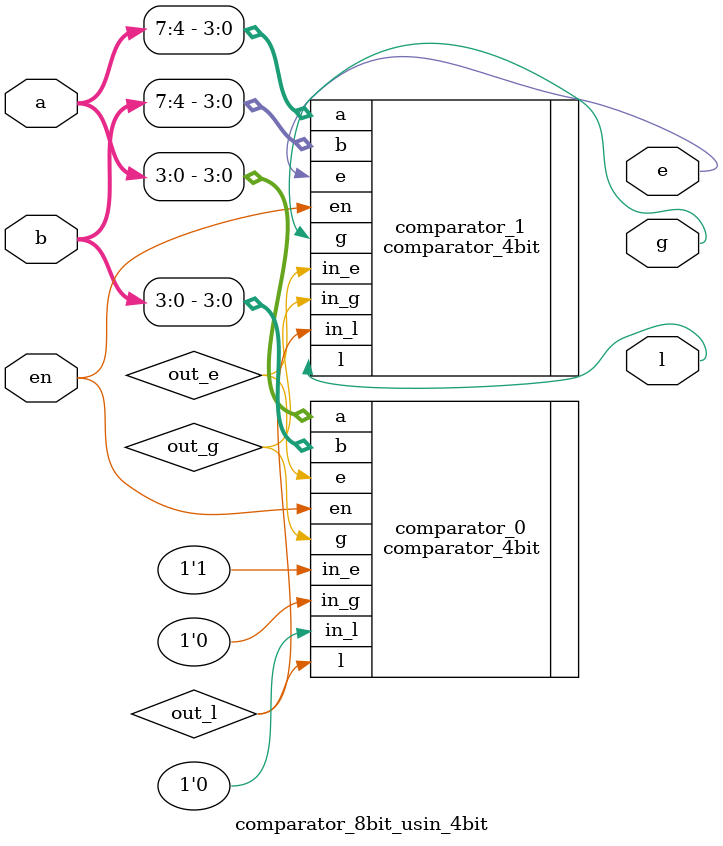
<source format=v>
`timescale 1ns / 1ps


module comparator_8bit_usin_4bit(
        input [7:0] a , b ,
        input en ,
        output e , l , g  
    );
    wire out_e , out_g , out_l ;
    comparator_4bit comparator_0 (.en(en) ,.a(a[3:0]) , .b(b[3:0]) ,.in_g(1'b0) , .in_l(1'b0)
                                  ,.in_e(1'b1) , .e(out_e) , .l(out_l) ,.g(out_g) ) ;
                    
    comparator_4bit comparator_1 (.en(en) ,.a(a[7:4]) , .b(b[7:4]) ,.in_g(out_g) , .in_l(out_l)
                                  ,.in_e(out_e) , .e(e) , .l(l) ,.g(g) ) ;
    
endmodule

</source>
